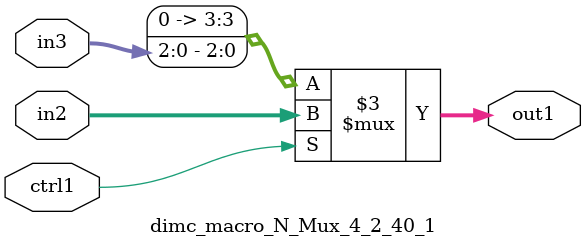
<source format=v>

`timescale 1ps / 1ps


module dimc_macro_N_Mux_4_2_40_1( in3, in2, ctrl1, out1 );

    input [2:0] in3;
    input [3:0] in2;
    input ctrl1;
    output [3:0] out1;
    reg [3:0] out1;

    
    // rtl_process:dimc_macro_N_Mux_4_2_40_1/dimc_macro_N_Mux_4_2_40_1_thread_1
    always @*
      begin : dimc_macro_N_Mux_4_2_40_1_thread_1
        case (ctrl1) 
          1'b1: 
            begin
              out1 = in2;
            end
          default: 
            begin
              out1 = {1'b0, in3};
            end
        endcase
      end

endmodule


</source>
